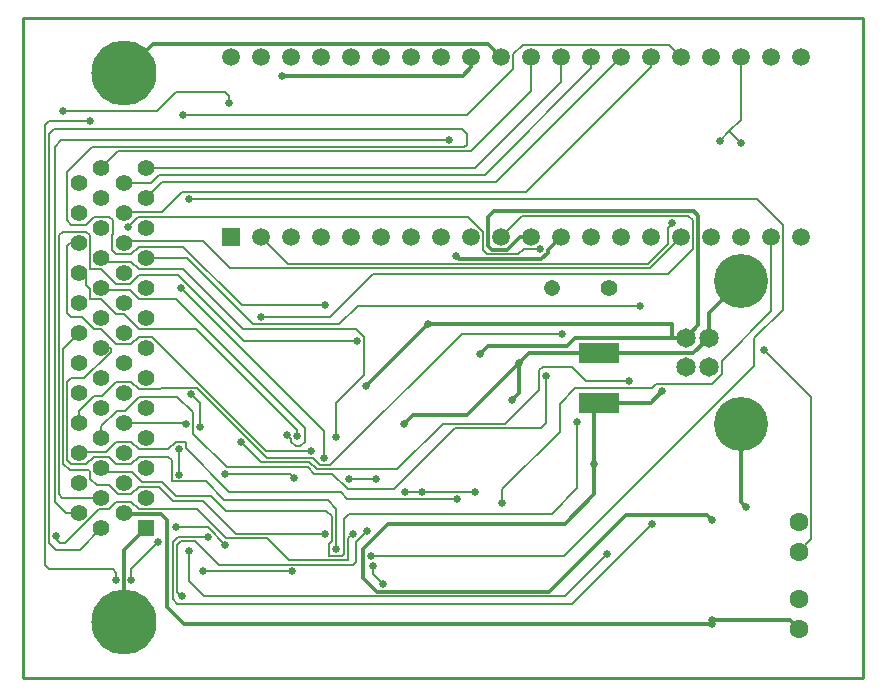
<source format=gtl>
%FSLAX23Y23*%
%MOIN*%
G70*
G01*
G75*
G04 Layer_Physical_Order=1*
%ADD10R,0.134X0.071*%
%ADD11C,0.008*%
%ADD12C,0.012*%
%ADD13C,0.010*%
%ADD14C,0.063*%
%ADD15C,0.055*%
%ADD16P,0.055X8X0*%
%ADD17C,0.180*%
%ADD18C,0.065*%
%ADD19R,0.055X0.055*%
%ADD20C,0.217*%
%ADD21R,0.059X0.059*%
%ADD22C,0.059*%
%ADD23C,0.025*%
D10*
X1920Y1082D02*
D03*
Y918D02*
D03*
D11*
X1541Y1678D02*
X1895Y2032D01*
X455Y1678D02*
X1541D01*
X427Y1650D02*
X455Y1678D01*
X465Y1653D02*
X1578D01*
X340Y1552D02*
X465D01*
X533Y1620D01*
X1679D01*
X2095Y2036D01*
X547Y1400D02*
X768Y1179D01*
X1056D01*
X1117Y1240D01*
X317Y1755D02*
X1495D01*
X1695Y1955D01*
X518Y1342D02*
X737Y1123D01*
X387Y1342D02*
X518D01*
X357Y1312D02*
X387Y1342D01*
X312Y1312D02*
X357D01*
X262Y1362D02*
X312Y1312D01*
X225Y1362D02*
X262D01*
X224Y1363D02*
X225Y1362D01*
X224Y1363D02*
Y1411D01*
X226Y1413D01*
Y1475D01*
X213Y1488D02*
X226Y1475D01*
X134Y1488D02*
X213D01*
X121Y1475D02*
X134Y1488D01*
X121Y613D02*
Y1475D01*
Y613D02*
X133Y600D01*
X1045Y917D02*
X1137Y1009D01*
Y1138D01*
X1112Y1162D02*
X1137Y1138D01*
X736Y1162D02*
X1112D01*
X536Y1362D02*
X736Y1162D01*
X387Y1362D02*
X536D01*
X361Y1388D02*
X387Y1362D01*
X284Y1388D02*
X361D01*
X284D02*
Y1400D01*
X2331Y1058D02*
X2495Y1222D01*
X2331Y1012D02*
Y1058D01*
X2299Y979D02*
X2331Y1012D01*
X2111Y979D02*
X2299D01*
X2099Y967D02*
X2111Y979D01*
X1843Y967D02*
X2099D01*
X1790Y914D02*
X1843Y967D01*
X1790Y820D02*
Y914D01*
X1599Y629D02*
X1790Y820D01*
X1507Y1700D02*
X1795Y1988D01*
X112Y427D02*
X190D01*
X89Y450D02*
X112Y427D01*
X89Y450D02*
Y1812D01*
X105Y1829D01*
X1464D01*
X1481Y1812D01*
Y1778D02*
Y1812D01*
X1473Y1770D02*
X1481Y1778D01*
X231Y1770D02*
X1473D01*
X149Y1688D02*
X231Y1770D01*
X149Y1525D02*
Y1688D01*
Y1525D02*
X162Y1511D01*
X211D01*
X237Y1538D01*
X288D01*
X301Y1525D01*
Y1481D02*
Y1525D01*
X299Y1479D02*
X301Y1481D01*
X299Y1425D02*
Y1479D01*
Y1425D02*
X312Y1412D01*
X361D01*
X387Y1438D01*
X535D01*
X730Y1243D01*
X107Y1771D02*
X129Y1793D01*
X107Y587D02*
Y1771D01*
Y587D02*
X144Y550D01*
X275Y688D02*
X365D01*
X399Y654D01*
X465D01*
X511Y608D01*
X628D01*
X679Y557D01*
X1013D01*
X1031Y539D01*
Y456D02*
Y539D01*
X1023Y448D02*
X1031Y456D01*
X1023Y408D02*
Y448D01*
Y408D02*
X1024Y407D01*
X1064D01*
X1070Y413D01*
Y530D01*
X1087Y547D01*
X1764D01*
X1849Y632D01*
X191Y753D02*
X278D01*
X312Y788D01*
X361D01*
X387Y762D01*
X485D01*
X510Y787D01*
X543D01*
X544Y786D01*
Y765D02*
Y786D01*
Y765D02*
X689Y619D01*
X1060D01*
X1081Y598D01*
X262Y840D02*
X314Y891D01*
X340D01*
X387Y938D01*
X516D01*
X569Y885D01*
Y814D02*
Y885D01*
Y814D02*
X680Y703D01*
X950D01*
X972Y681D01*
X1033D01*
X1085Y629D01*
X1238D01*
X1442Y833D01*
X1727D01*
X1744Y850D01*
X188Y890D02*
X237Y940D01*
X264D01*
X312Y988D01*
X361D01*
X387Y962D01*
X457D01*
X463Y968D01*
X580D01*
X815Y733D01*
X967D01*
X991Y709D01*
X1025D01*
X1464Y1148D01*
X2629Y463D02*
Y937D01*
X1832Y1038D02*
X1879Y991D01*
X1734Y1038D02*
X1832D01*
X1721Y1025D02*
X1734Y1038D01*
X1721Y961D02*
Y1025D01*
X1607Y847D02*
X1721Y961D01*
X1401Y847D02*
X1607D01*
X1249Y695D02*
X1401Y847D01*
X980Y695D02*
X1249D01*
X956Y719D02*
X980Y695D01*
X795Y719D02*
X956D01*
X604Y272D02*
X1807D01*
X554Y322D02*
X604Y272D01*
X516Y247D02*
X1833D01*
X501Y262D02*
X516Y247D01*
X501Y262D02*
Y454D01*
X517Y470D01*
X1666Y1541D02*
X2219D01*
X2235Y1525D01*
Y1430D02*
Y1525D01*
X2151Y1346D02*
X2235Y1430D01*
X1169Y1346D02*
X2151D01*
X1025Y1202D02*
X1169Y1346D01*
X692Y1365D02*
X2090D01*
X601Y1456D02*
X692Y1365D01*
X1483Y1878D02*
X1635Y2030D01*
Y2079D01*
X1667Y2111D01*
X2154D01*
X385Y1538D02*
X1485D01*
X1535Y1487D01*
Y1425D02*
Y1487D01*
Y1425D02*
X1548Y1412D01*
X1653D01*
X1671Y1430D01*
X75Y1844D02*
X87Y1856D01*
X75Y375D02*
Y1844D01*
Y375D02*
X87Y362D01*
X300D01*
X313Y349D01*
X448Y1889D02*
X513Y1954D01*
X675D01*
X688Y1941D01*
X433Y1138D02*
X813Y758D01*
X387Y1138D02*
X433D01*
X361Y1112D02*
X387Y1138D01*
X313Y1112D02*
X361D01*
X263Y1162D02*
X313Y1112D01*
X239Y1162D02*
X263D01*
X197Y1204D02*
X239Y1162D01*
X162Y1204D02*
X197D01*
X149Y1217D02*
X162Y1204D01*
X149Y1217D02*
Y1440D01*
X159Y1450D01*
X886Y1379D02*
X2084D01*
X2151Y1446D01*
Y1500D01*
X2164Y1513D01*
X579Y1162D02*
X916Y825D01*
X387Y1162D02*
X579D01*
X338Y1212D02*
X387Y1162D01*
X312Y1212D02*
X338D01*
X262Y1262D02*
X312Y1212D01*
X226Y1262D02*
X262D01*
X225Y1263D02*
X226Y1262D01*
X225Y1263D02*
Y1295D01*
X211Y1309D02*
X225Y1295D01*
X211Y1309D02*
Y1350D01*
X271Y1292D02*
X357D01*
X387Y1262D01*
X511D01*
X940Y833D01*
Y787D02*
Y833D01*
X925Y772D02*
X940Y787D01*
X910Y772D02*
X925D01*
X894Y788D02*
X910Y772D01*
X894Y788D02*
Y797D01*
X1110Y388D02*
Y452D01*
X1100Y378D02*
X1110Y388D01*
X654Y378D02*
X1100D01*
X576Y456D02*
X654Y378D01*
X527Y456D02*
X576D01*
X515Y444D02*
X527Y456D01*
X515Y287D02*
Y444D01*
Y287D02*
X529Y274D01*
X1086Y394D02*
Y465D01*
X1085Y393D02*
X1086Y394D01*
X889Y393D02*
X1085D01*
X816Y466D02*
X889Y393D01*
X679Y466D02*
X816D01*
X583Y562D02*
X679Y466D01*
X387Y562D02*
X583D01*
X361Y588D02*
X387Y562D01*
X312Y588D02*
X361D01*
X287Y562D02*
X312Y588D01*
X255Y562D02*
X287D01*
X142Y450D02*
X255Y562D01*
X125Y450D02*
X142D01*
X113Y463D02*
X125Y450D01*
X135Y714D02*
Y1097D01*
Y714D02*
X157Y692D01*
X220D01*
X226Y686D01*
Y663D02*
Y686D01*
Y663D02*
X247Y642D01*
X287D01*
X317Y612D01*
X361D01*
X387Y638D01*
X455D01*
X503Y590D01*
X603D01*
X713Y480D01*
X1017Y593D02*
X1046Y564D01*
X672Y593D02*
X1017D01*
X610Y655D02*
X672Y593D01*
X500Y655D02*
X610D01*
X497Y658D02*
X500Y655D01*
X497Y658D02*
Y725D01*
X484Y738D02*
X497Y725D01*
X387Y738D02*
X484D01*
X361Y712D02*
X387Y738D01*
X312Y712D02*
X361D01*
X287Y738D02*
X312Y712D01*
X237Y738D02*
X287D01*
X212Y712D02*
X237Y738D01*
X162Y712D02*
X212D01*
X149Y725D02*
X162Y712D01*
X149Y725D02*
Y985D01*
X163Y999D01*
X206D01*
X294Y1087D02*
Y1099D01*
X293Y1100D02*
X294Y1099D01*
X1806Y407D02*
X2439Y1040D01*
Y1132D01*
X2535Y1228D01*
Y1510D01*
X2448Y1597D02*
X2535Y1510D01*
X262Y1700D02*
X317Y1755D01*
X1695Y1955D02*
Y2070D01*
X412Y1700D02*
X1507D01*
X1795Y1988D02*
Y2070D01*
X190Y427D02*
X262Y500D01*
X730Y1243D02*
X1008D01*
X144Y550D02*
X188D01*
X129Y1793D02*
X1421D01*
X133Y600D02*
X262D01*
X737Y1123D02*
X1114D01*
X262Y700D02*
X275Y688D01*
X1849Y632D02*
Y853D01*
X188Y750D02*
X191Y753D01*
X1081Y598D02*
X1448D01*
X262Y800D02*
Y840D01*
X1744Y850D02*
Y1006D01*
X188Y850D02*
Y890D01*
X1464Y1148D02*
X1799D01*
X2587Y421D02*
X2629Y463D01*
X2472Y1094D02*
X2629Y937D01*
X727Y787D02*
X795Y719D01*
X1879Y991D02*
X2021D01*
X554Y322D02*
Y423D01*
X1807Y272D02*
X1948Y413D01*
X517Y470D02*
X617D01*
X1833Y247D02*
X2098Y512D01*
X2325Y1791D02*
X2356Y1822D01*
X2395Y1861D01*
X2356Y1822D02*
X2395Y1783D01*
Y1861D02*
Y2070D01*
X520Y678D02*
Y764D01*
X592Y836D02*
Y916D01*
X563Y945D02*
X592Y916D01*
X539Y850D02*
X544Y845D01*
X338Y850D02*
X539D01*
X794Y1202D02*
X1025D01*
X1595Y1470D02*
X1666Y1541D01*
X412Y1400D02*
X547D01*
X1117Y1240D02*
X2057D01*
X337Y1450D02*
Y1456D01*
Y1450D02*
X338D01*
X337Y1456D02*
X338D01*
X601D01*
X2090Y1365D02*
X2195Y1470D01*
X535Y1878D02*
X1483D01*
X2154Y2111D02*
X2195Y2070D01*
X338Y1550D02*
X340Y1552D01*
X2095Y2036D02*
Y2070D01*
X412Y1600D02*
X465Y1653D01*
X1578D02*
X1995Y2070D01*
X338Y1650D02*
X427D01*
X1895Y2032D02*
Y2070D01*
X351Y1504D02*
X385Y1538D01*
X1275Y621D02*
X1333D01*
X1507D01*
X1671Y1430D02*
X1726D01*
X313Y326D02*
Y349D01*
X362Y326D02*
Y363D01*
X451Y452D01*
X87Y1856D02*
X224D01*
X617Y502D02*
X676Y443D01*
X513Y502D02*
X617D01*
X893Y679D02*
X906Y666D01*
X676Y679D02*
X893D01*
X1089Y662D02*
X1177D01*
X529Y1299D02*
X1005Y823D01*
X135Y1889D02*
X448D01*
X688Y1917D02*
Y1941D01*
X1005Y732D02*
Y823D01*
X159Y1450D02*
X188D01*
X813Y758D02*
X963D01*
X795Y1470D02*
X886Y1379D01*
X2164Y1513D02*
Y1517D01*
X1599Y582D02*
Y629D01*
X2495Y1222D02*
Y1470D01*
X262Y1400D02*
X284D01*
X1045Y803D02*
Y917D01*
X188Y1350D02*
X211D01*
X916Y805D02*
Y825D01*
X881Y810D02*
X894Y797D01*
X262Y1300D02*
X271Y1292D01*
X529Y274D02*
X533D01*
X1110Y452D02*
X1149Y491D01*
X113Y463D02*
Y474D01*
X1086Y465D02*
X1100Y479D01*
X135Y1097D02*
X188Y1150D01*
X713Y480D02*
X1008D01*
X206Y999D02*
X285Y1078D01*
X294Y1087D01*
X262Y1100D02*
X293D01*
X1046Y430D02*
Y564D01*
X556Y1597D02*
X2448D01*
X1163Y407D02*
X1806D01*
X1168Y348D02*
Y374D01*
Y348D02*
X1203Y313D01*
X603Y355D02*
X898D01*
D12*
X1301Y876D02*
X1482D01*
X434Y2112D02*
X1553D01*
X1455Y1396D02*
X1729D01*
X1751Y1418D01*
Y1426D01*
X481Y237D02*
X539Y179D01*
X481Y237D02*
Y527D01*
X463Y546D02*
X481Y527D01*
X1468Y2008D02*
X1495Y2035D01*
X2253Y1178D02*
Y1541D01*
X2237Y1557D02*
X2253Y1541D01*
X1572Y1557D02*
X2237D01*
X1553Y1538D02*
X1572Y1557D01*
X1553Y1439D02*
Y1538D01*
Y1439D02*
X1564Y1428D01*
X1615D01*
X1657Y1470D01*
X1814Y1106D02*
X1842Y1134D01*
X1553Y1106D02*
X1814D01*
X1807Y514D02*
X1905Y612D01*
X1218Y514D02*
X1807D01*
X1135Y431D02*
X1218Y514D01*
X1135Y333D02*
Y431D01*
Y333D02*
X1181Y288D01*
X1755D01*
X2010Y543D01*
X2280D01*
X338Y185D02*
Y425D01*
X412Y500D01*
X338Y2015D02*
X434Y2112D01*
X1270Y845D02*
X1301Y876D01*
X1482D02*
X1655Y1049D01*
X1688Y1082D01*
X1446Y1405D02*
X1455Y1396D01*
X1553Y2112D02*
X1595Y2070D01*
X1633Y927D02*
X1655Y949D01*
Y1049D01*
X2395Y587D02*
X2413Y569D01*
X2395Y587D02*
Y848D01*
X1688Y1082D02*
X1920D01*
X2236D01*
X1751Y1426D02*
X1795Y1470D01*
X2236Y1082D02*
X2288Y1134D01*
Y1215D01*
X2395Y1322D01*
X337Y546D02*
X338D01*
X463D01*
X337D02*
Y550D01*
X338D01*
X539Y179D02*
X2298D01*
X1146Y972D02*
X1353Y1179D01*
X1526Y1079D02*
X1553Y1106D01*
X1353Y1179D02*
X2165D01*
X864Y2008D02*
X1468D01*
X1495Y2035D02*
Y2070D01*
X1905Y612D02*
Y713D01*
Y918D01*
X1920D01*
X2095D01*
X2298Y193D02*
X2557D01*
X2587Y163D01*
X2095Y918D02*
X2133Y956D01*
X2280Y543D02*
X2298Y525D01*
X1657Y1470D02*
X1695D01*
X1842Y1134D02*
X2165D01*
X2210D01*
X2165D02*
Y1179D01*
X2210Y1134D02*
X2253Y1178D01*
D13*
X0Y2200D02*
X2800D01*
Y0D02*
Y2200D01*
X0Y0D02*
X2800D01*
X0D02*
Y2201D01*
D14*
X2587Y163D02*
D03*
Y263D02*
D03*
Y421D02*
D03*
Y521D02*
D03*
D15*
X1956Y1300D02*
D03*
X338Y550D02*
D03*
X262Y500D02*
D03*
X188Y550D02*
D03*
X412Y600D02*
D03*
X338Y650D02*
D03*
X262Y600D02*
D03*
X188Y650D02*
D03*
X412Y700D02*
D03*
X338Y750D02*
D03*
X262Y700D02*
D03*
X188Y750D02*
D03*
X412Y800D02*
D03*
X338Y850D02*
D03*
X262Y800D02*
D03*
X188Y850D02*
D03*
X412Y900D02*
D03*
X338Y950D02*
D03*
X262Y900D02*
D03*
X188Y950D02*
D03*
X412Y1000D02*
D03*
X338Y1050D02*
D03*
X262Y1000D02*
D03*
X188Y1050D02*
D03*
X412Y1100D02*
D03*
X338Y1150D02*
D03*
X262Y1100D02*
D03*
X188Y1150D02*
D03*
X412Y1200D02*
D03*
X338Y1250D02*
D03*
X262Y1200D02*
D03*
X188Y1250D02*
D03*
X412Y1300D02*
D03*
X338Y1350D02*
D03*
X262Y1300D02*
D03*
X188Y1350D02*
D03*
X412Y1400D02*
D03*
X338Y1450D02*
D03*
X262Y1400D02*
D03*
X188Y1450D02*
D03*
X412Y1500D02*
D03*
X338Y1550D02*
D03*
X262Y1500D02*
D03*
X188Y1550D02*
D03*
X412Y1600D02*
D03*
X338Y1650D02*
D03*
X262Y1600D02*
D03*
X188Y1650D02*
D03*
X412Y1700D02*
D03*
X262D02*
D03*
D16*
X1764Y1300D02*
D03*
D17*
X2395Y848D02*
D03*
Y1322D02*
D03*
D18*
X2288Y1036D02*
D03*
X2210D02*
D03*
Y1134D02*
D03*
X2288Y1134D02*
D03*
D19*
X412Y500D02*
D03*
D20*
X338Y185D02*
D03*
Y2015D02*
D03*
D21*
X695Y1470D02*
D03*
D22*
X795D02*
D03*
X895D02*
D03*
X995D02*
D03*
X1095D02*
D03*
X1195D02*
D03*
X1295D02*
D03*
X1395D02*
D03*
X1495D02*
D03*
X1595D02*
D03*
X1695D02*
D03*
X1795D02*
D03*
X1895D02*
D03*
X1995D02*
D03*
X2095D02*
D03*
X2195D02*
D03*
X2295D02*
D03*
X2395D02*
D03*
X2495D02*
D03*
X2595D02*
D03*
X695Y2070D02*
D03*
X795D02*
D03*
X895D02*
D03*
X995D02*
D03*
X1095D02*
D03*
X1195D02*
D03*
X1295D02*
D03*
X1395D02*
D03*
X1495D02*
D03*
X1595D02*
D03*
X1695D02*
D03*
X1795D02*
D03*
X1895D02*
D03*
X1995D02*
D03*
X2095D02*
D03*
X2195D02*
D03*
X2295D02*
D03*
X2395D02*
D03*
X2495D02*
D03*
X2595D02*
D03*
D23*
X1270Y845D02*
D03*
X2413Y569D02*
D03*
X2325Y1791D02*
D03*
X2057Y1240D02*
D03*
X1114Y1123D02*
D03*
X1045Y803D02*
D03*
X1599Y582D02*
D03*
X1008Y1243D02*
D03*
X1421Y1793D02*
D03*
X1849Y853D02*
D03*
X1448Y598D02*
D03*
X1744Y1006D02*
D03*
X1799Y1148D02*
D03*
X2472Y1094D02*
D03*
X2021Y991D02*
D03*
X727Y787D02*
D03*
X1948Y413D02*
D03*
X554Y423D02*
D03*
X2098Y512D02*
D03*
X617Y470D02*
D03*
X2395Y1783D02*
D03*
X1633Y927D02*
D03*
X1655Y1049D02*
D03*
X1446Y1405D02*
D03*
X2298Y179D02*
D03*
X2133Y956D02*
D03*
X2298Y193D02*
D03*
X1353Y1179D02*
D03*
X1146Y972D02*
D03*
X864Y2008D02*
D03*
X1526Y1079D02*
D03*
X2298Y525D02*
D03*
X1905Y713D02*
D03*
X563Y945D02*
D03*
X592Y836D02*
D03*
X520Y764D02*
D03*
Y678D02*
D03*
X544Y845D02*
D03*
X794Y1202D02*
D03*
X535Y1878D02*
D03*
X1333Y621D02*
D03*
X351Y1504D02*
D03*
X1726Y1430D02*
D03*
X1507Y621D02*
D03*
X1275D02*
D03*
X1177Y662D02*
D03*
X1089D02*
D03*
X224Y1856D02*
D03*
X313Y326D02*
D03*
X362D02*
D03*
X451Y452D02*
D03*
X513Y502D02*
D03*
X676Y443D02*
D03*
Y679D02*
D03*
X906Y666D02*
D03*
X135Y1889D02*
D03*
X688Y1917D02*
D03*
X529Y1299D02*
D03*
X1005Y732D02*
D03*
X963Y758D02*
D03*
X2164Y1517D02*
D03*
X916Y805D02*
D03*
X881Y810D02*
D03*
X1149Y491D02*
D03*
X533Y274D02*
D03*
X1100Y479D02*
D03*
X113Y474D02*
D03*
X1008Y480D02*
D03*
X1046Y430D02*
D03*
X1163Y407D02*
D03*
X556Y1597D02*
D03*
X1168Y374D02*
D03*
X1203Y313D02*
D03*
X603Y355D02*
D03*
X898D02*
D03*
M02*

</source>
